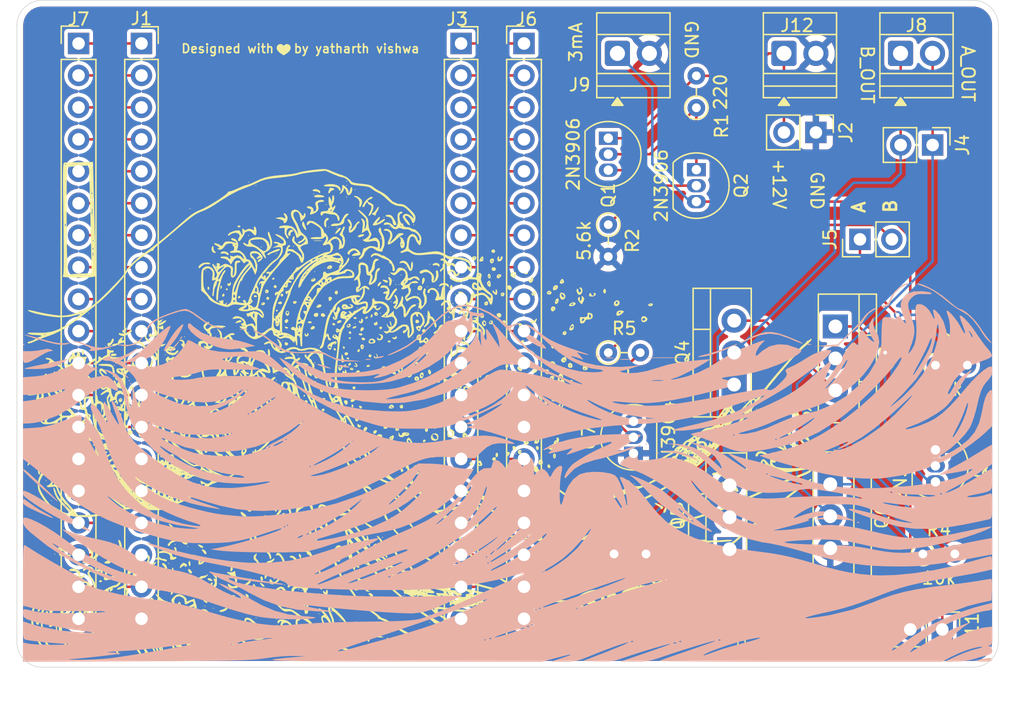
<source format=kicad_pcb>
(kicad_pcb (version 20241229) (generator "pcbnew") (generator_version "9.0")
  (layers (0 "F.Cu" signal) (2 "B.Cu" signal) (13 "F.Paste" user) (15 "B.Paste" user) (5 "F.SilkS" user "F.Silkscreen") (7 "B.SilkS" user "B.Silkscreen") (1 "F.Mask" user) (3 "B.Mask" user) (25 "Edge.Cuts" user))
  (net 0 "")
  (net 1 "Net-(J1-Pin_8)")
  (net 2 "Net-(J1-Pin_16)")
  (net 3 "Net-(J1-Pin_5)")
  (net 4 "Net-(J1-Pin_1)")
  (net 5 "Net-(J1-Pin_19)")
  (net 6 "Net-(J1-Pin_2)")
  (net 7 "Net-(J1-Pin_11)")
  (net 8 "Net-(J1-Pin_15)")
  (net 9 "Net-(J1-Pin_3)")
  (net 10 "Net-(J1-Pin_9)")
  (net 11 "Net-(J1-Pin_12)")
  (net 12 "Net-(J1-Pin_7)")
  (net 13 "Net-(J1-Pin_10)")
  (net 14 "Net-(J1-Pin_17)")
  (net 15 "Net-(J1-Pin_18)")
  (net 16 "Net-(J1-Pin_14)")
  (net 17 "Net-(J1-Pin_13)")
  (net 18 "Net-(J1-Pin_4)")
  (net 19 "Net-(J1-Pin_6)")
  (net 20 "GND")
  (net 21 "+12V")
  (net 22 "Net-(J3-Pin_1)")
  (net 23 "Net-(J3-Pin_4)")
  (net 24 "Net-(J3-Pin_17)")
  (net 25 "Net-(J3-Pin_14)")
  (net 26 "Net-(J3-Pin_7)")
  (net 27 "Net-(J3-Pin_10)")
  (net 28 "Net-(J3-Pin_15)")
  (net 29 "Net-(J3-Pin_16)")
  (net 30 "Net-(J3-Pin_3)")
  (net 31 "Net-(J3-Pin_19)")
  (net 32 "Net-(J3-Pin_9)")
  (net 33 "Net-(J3-Pin_12)")
  (net 34 "Net-(J3-Pin_8)")
  (net 35 "Net-(J3-Pin_2)")
  (net 36 "Net-(J3-Pin_6)")
  (net 37 "Net-(J3-Pin_18)")
  (net 38 "Net-(J3-Pin_11)")
  (net 39 "Net-(J3-Pin_5)")
  (net 40 "Net-(J3-Pin_13)")
  (net 41 "A_OUT")
  (net 42 "B_OUT")
  (net 43 "A")
  (net 44 "B")
  (net 45 "Net-(Q1-C)")
  (net 46 "Net-(Q1-B)")
  (net 47 "3mA limit")
  (net 48 "Net-(Q3-G)")
  (net 49 "Net-(Q4-G)")
  (net 50 "Net-(Q5-G)")
  (net 51 "Net-(Q6-G)")
  (net 52 "Net-(Q7-B)")
  (net 53 "Net-(Q8-B)")
  (net 54 "Net-(J11-Pin_1)")
  (footprint "TerminalBlock:TerminalBlock_Xinya_XY308-2.54-2P_1x02_P2.54mm_Horizontal" (layer "F.Cu") (at 143.225 63.2175)
    (property "Reference" "J8" (at 1.275 -2.2175 0) (layer "F.SilkS"))
    (property "Value" "Screw_Terminal_01x02")
    (pad "1" thru_hole roundrect (at 0 0) (size 2 2) (drill 1.2) (layers "*.Cu" "*.Mask") (roundrect_rratio 0.125) (net 41 "A_OUT"))
    (pad "2" thru_hole circle (at 2.54 0) (size 2 2) (drill 1.2) (layers "*.Cu" "*.Mask") (net 42 "B_OUT"))
  )
  (footprint "Connector_PinHeader_2.54mm:PinHeader_1x19_P2.54mm_Vertical" (layer "F.Cu") (at 113.3 62.43)
    (property "Reference" "J6" (at 0.2 -1.93 0) (layer "F.SilkS"))
    (property "Value" "Conn_01x19_Pin")
    (pad "1" thru_hole rect (at 0 0) (size 1.7 1.7) (drill 1) (layers "*.Cu" "*.Mask") (net 22 "Net-(J3-Pin_1)"))
    (pad "2" thru_hole circle (at 0 2.54) (size 1.7 1.7) (drill 1) (layers "*.Cu" "*.Mask") (net 35 "Net-(J3-Pin_2)"))
    (pad "3" thru_hole circle (at 0 5.08) (size 1.7 1.7) (drill 1) (layers "*.Cu" "*.Mask") (net 30 "Net-(J3-Pin_3)"))
    (pad "4" thru_hole circle (at 0 7.62) (size 1.7 1.7) (drill 1) (layers "*.Cu" "*.Mask") (net 23 "Net-(J3-Pin_4)"))
    (pad "5" thru_hole circle (at 0 10.16) (size 1.7 1.7) (drill 1) (layers "*.Cu" "*.Mask") (net 39 "Net-(J3-Pin_5)"))
    (pad "6" thru_hole circle (at 0 12.7) (size 1.7 1.7) (drill 1) (layers "*.Cu" "*.Mask") (net 36 "Net-(J3-Pin_6)"))
    (pad "7" thru_hole circle (at 0 15.24) (size 1.7 1.7) (drill 1) (layers "*.Cu" "*.Mask") (net 26 "Net-(J3-Pin_7)"))
    (pad "8" thru_hole circle (at 0 17.78) (size 1.7 1.7) (drill 1) (layers "*.Cu" "*.Mask") (net 34 "Net-(J3-Pin_8)"))
    (pad "9" thru_hole circle (at 0 20.32) (size 1.7 1.7) (drill 1) (layers "*.Cu" "*.Mask") (net 32 "Net-(J3-Pin_9)"))
    (pad "10" thru_hole circle (at 0 22.86) (size 1.7 1.7) (drill 1) (layers "*.Cu" "*.Mask") (net 27 "Net-(J3-Pin_10)"))
    (pad "11" thru_hole circle (at 0 25.4) (size 1.7 1.7) (drill 1) (layers "*.Cu" "*.Mask") (net 38 "Net-(J3-Pin_11)"))
    (pad "12" thru_hole circle (at 0 27.94) (size 1.7 1.7) (drill 1) (layers "*.Cu" "*.Mask") (net 33 "Net-(J3-Pin_12)"))
    (pad "13" thru_hole circle (at 0 30.48) (size 1.7 1.7) (drill 1) (layers "*.Cu" "*.Mask") (net 40 "Net-(J3-Pin_13)"))
    (pad "14" thru_hole circle (at 0 33.02) (size 1.7 1.7) (drill 1) (layers "*.Cu" "*.Mask") (net 25 "Net-(J3-Pin_14)"))
    (pad "15" thru_hole circle (at 0 35.56) (size 1.7 1.7) (drill 1) (layers "*.Cu" "*.Mask") (net 28 "Net-(J3-Pin_15)"))
    (pad "16" thru_hole circle (at 0 38.1) (size 1.7 1.7) (drill 1) (layers "*.Cu" "*.Mask") (net 29 "Net-(J3-Pin_16)"))
    (pad "17" thru_hole circle (at 0 40.64) (size 1.7 1.7) (drill 1) (layers "*.Cu" "*.Mask") (net 24 "Net-(J3-Pin_17)"))
    (pad "18" thru_hole circle (at 0 43.18) (size 1.7 1.7) (drill 1) (layers "*.Cu" "*.Mask") (net 37 "Net-(J3-Pin_18)"))
    (pad "19" thru_hole circle (at 0 45.72) (size 1.7 1.7) (drill 1) (layers "*.Cu" "*.Mask") (net 31 "Net-(J3-Pin_19)"))
  )
  (footprint "Connector_PinHeader_2.54mm:PinHeader_1x02_P2.54mm_Vertical" (layer "F.Cu") (at 146.54 109 -90)
    (property "Reference" "J11" (at 0 -2.38 90) (layer "F.SilkS"))
    (property "Value" "Conn_01x02_Pin")
    (fp_text user "H_BRIDGE_CONN" (at 1.5 16.54 0) (layer "F.SilkS") (effects (font (thickness 0.1)) (justify left bottom)))
    (pad "1" thru_hole rect (at 0 0 270) (size 1.7 1.7) (drill 1) (layers "*.Cu" "*.Mask") (net 54 "Net-(J11-Pin_1)"))
    (pad "2" thru_hole circle (at 0 2.54 270) (size 1.7 1.7) (drill 1) (layers "*.Cu" "*.Mask") (net 47 "3mA limit"))
  )
  (footprint "Connector_PinHeader_2.54mm:PinHeader_1x02_P2.54mm_Vertical" (layer "F.Cu") (at 140 78 90)
    (property "Reference" "J5" (at 0 -2.38 90) (layer "F.SilkS"))
    (property "Value" "Conn_01x02_Pin")
    (fp_text user "A" (at 2 0.5 90) (layer "F.SilkS") (effects (font (thickness 0.2) (bold yes)) (justify left bottom)))
    (fp_text user "B" (at 2 3 90) (layer "F.SilkS") (effects (font (thickness 0.2) (bold yes)) (justify left bottom)))
    (pad "1" thru_hole rect (at 0 0 90) (size 1.7 1.7) (drill 1) (layers "*.Cu" "*.Mask") (net 44 "B"))
    (pad "2" thru_hole circle (at 0 2.54 90) (size 1.7 1.7) (drill 1) (layers "*.Cu" "*.Mask") (net 43 "A"))
  )
  (footprint "Resistor_THT:R_Axial_DIN0204_L3.6mm_D1.6mm_P2.54mm_Vertical" (layer "F.Cu") (at 146 88)
    (property "Reference" "R6" (at 1.27 -1.92 0) (layer "F.SilkS"))
    (property "Value" "1k" (at 1.27 1.92 0) (layer "F.SilkS"))
    (pad "1" thru_hole circle (at 0 0) (size 1.4 1.4) (drill 0.7) (layers "*.Cu" "*.Mask") (net 53 "Net-(Q8-B)"))
    (pad "2" thru_hole circle (at 2.54 0) (size 1.4 1.4) (drill 0.7) (layers "*.Cu" "*.Mask") (net 44 "B"))
  )
  (footprint "Package_TO_SOT_THT:TO-220-3_Vertical" (layer "F.Cu") (at 130 89.54 90)
    (property "Reference" "Q4" (at 2.54 -4.1 90) (layer "F.SilkS"))
    (property "Value" "IRF9540N")
    (pad "1" thru_hole rect (at 0 0 90) (size 1.905 2) (drill 1.1) (layers "*.Cu" "*.Mask") (net 49 "Net-(Q4-G)"))
    (pad "2" thru_hole oval (at 2.54 0 90) (size 1.905 2) (drill 1.1) (layers "*.Cu" "*.Mask") (net 41 "A_OUT"))
    (pad "3" thru_hole oval (at 5.079999 0 90) (size 1.905 2) (drill 1.1) (layers "*.Cu" "*.Mask") (net 54 "Net-(J11-Pin_1)"))
  )
  (footprint "Resistor_THT:R_Axial_DIN0204_L3.6mm_D1.6mm_P2.54mm_Vertical" (layer "F.Cu") (at 120 76.83 -90)
    (property "Reference" "R2" (at 1.270001 -1.92 90) (layer "F.SilkS"))
    (property "Value" "5.6k" (at 1.270001 1.92 90) (layer "F.SilkS"))
    (pad "1" thru_hole circle (at 0 0 270) (size 1.4 1.4) (drill 0.7) (layers "*.Cu" "*.Mask") (net 45 "Net-(Q1-C)"))
    (pad "2" thru_hole circle (at 2.54 0 270) (size 1.4 1.4) (drill 0.7) (layers "*.Cu" "*.Mask") (net 20 "GND"))
  )
  (footprint "Resistor_THT:R_Axial_DIN0204_L3.6mm_D1.6mm_P2.54mm_Vertical" (layer "F.Cu") (at 120.46 103)
    (property "Reference" "R3" (at 1.27 -1.92 0) (layer "F.SilkS"))
    (property "Value" "10k" (at -2.46 1 0) (layer "F.SilkS"))
    (pad "1" thru_hole circle (at 0 0) (size 1.4 1.4) (drill 0.7) (layers "*.Cu" "*.Mask") (net 54 "Net-(J11-Pin_1)"))
    (pad "2" thru_hole circle (at 2.54 0) (size 1.4 1.4) (drill 0.7) (layers "*.Cu" "*.Mask") (net 50 "Net-(Q5-G)"))
  )
  (footprint "Connector_PinHeader_2.54mm:PinHeader_1x19_P2.54mm_Vertical" (layer "F.Cu") (at 77.9 62.43)
    (property "Reference" "J7" (at 0 -1.93 0) (layer "F.SilkS"))
    (property "Value" "Conn_01x19_Pin")
    (pad "1" thru_hole rect (at 0 0) (size 1.7 1.7) (drill 1) (layers "*.Cu" "*.Mask") (net 4 "Net-(J1-Pin_1)"))
    (pad "2" thru_hole circle (at 0 2.54) (size 1.7 1.7) (drill 1) (layers "*.Cu" "*.Mask") (net 6 "Net-(J1-Pin_2)"))
    (pad "3" thru_hole circle (at 0 5.08) (size 1.7 1.7) (drill 1) (layers "*.Cu" "*.Mask") (net 9 "Net-(J1-Pin_3)"))
    (pad "4" thru_hole circle (at 0 7.62) (size 1.7 1.7) (drill 1) (layers "*.Cu" "*.Mask") (net 18 "Net-(J1-Pin_4)"))
    (pad "5" thru_hole circle (at 0 10.16) (size 1.7 1.7) (drill 1) (layers "*.Cu" "*.Mask") (net 3 "Net-(J1-Pin_5)"))
    (pad "6" thru_hole circle (at 0 12.7) (size 1.7 1.7) (drill 1) (layers "*.Cu" "*.Mask") (net 19 "Net-(J1-Pin_6)"))
    (pad "7" thru_hole circle (at 0 15.24) (size 1.7 1.7) (drill 1) (layers "*.Cu" "*.Mask") (net 12 "Net-(J1-Pin_7)"))
    (pad "8" thru_hole circle (at 0 17.78) (size 1.7 1.7) (drill 1) (layers "*.Cu" "*.Mask") (net 1 "Net-(J1-Pin_8)"))
    (pad "9" thru_hole circle (at 0 20.32) (size 1.7 1.7) (drill 1) (layers "*.Cu" "*.Mask") (net 10 "Net-(J1-Pin_9)"))
    (pad "10" thru_hole circle (at 0 22.86) (size 1.7 1.7) (drill 1) (layers "*.Cu" "*.Mask") (net 13 "Net-(J1-Pin_10)"))
    (pad "11" thru_hole circle (at 0 25.4) (size 1.7 1.7) (drill 1) (layers "*.Cu" "*.Mask") (net 7 "Net-(J1-Pin_11)"))
    (pad "12" thru_hole circle (at 0 27.94) (size 1.7 1.7) (drill 1) (layers "*.Cu" "*.Mask") (net 11 "Net-(J1-Pin_12)"))
    (pad "13" thru_hole circle (at 0 30.48) (size 1.7 1.7) (drill 1) (layers "*.Cu" "*.Mask") (net 17 "Net-(J1-Pin_13)"))
    (pad "14" thru_hole circle (at 0 33.02) (size 1.7 1.7) (drill 1) (layers "*.Cu" "*.Mask") (net 16 "Net-(J1-Pin_14)"))
    (pad "15" thru_hole circle (at 0 35.56) (size 1.7 1.7) (drill 1) (layers "*.Cu" "*.Mask") (net 8 "Net-(J1-Pin_15)"))
    (pad "16" thru_hole circle (at 0 38.1) (size 1.7 1.7) (drill 1) (layers "*.Cu" "*.Mask") (net 2 "Net-(J1-Pin_16)"))
    (pad "17" thru_hole circle (at 0 40.64) (size 1.7 1.7) (drill 1) (layers "*.Cu" "*.Mask") (net 14 "Net-(J1-Pin_17)"))
    (pad "18" thru_hole circle (at 0 43.18) (size 1.7 1.7) (drill 1) (layers "*.Cu" "*.Mask") (net 15 "Net-(J1-Pin_18)"))
    (pad "19" thru_hole circle (at 0 45.72) (size 1.7 1.7) (drill 1) (layers "*.Cu" "*.Mask") (net 5 "Net-(J1-Pin_19)"))
  )
  (footprint "Package_TO_SOT_THT:TO-92_Inline" (layer "F.Cu") (at 122 95 90)
    (property "Reference" "Q7" (at 1.27 -3.560001 90) (layer "F.SilkS"))
    (property "Value" "2N3904" (at 1.270001 2.79 90) (layer "F.SilkS"))
    (pad "1" thru_hole rect (at 0 0 90) (size 1.05 1.5) (drill 0.75) (layers "*.Cu" "*.Mask") (net 20 "GND"))
    (pad "2" thru_hole oval (at 1.270001 0 90) (size 1.05 1.5) (drill 0.75) (layers "*.Cu" "*.Mask") (net 52 "Net-(Q7-B)"))
    (pad "3" thru_hole oval (at 2.54 0 90) (size 1.05 1.5) (drill 0.75) (layers "*.Cu" "*.Mask") (net 49 "Net-(Q4-G)"))
  )
  (footprint "Connector_PinSocket_2.54mm:PinSocket_1x19_P2.54mm_Vertical" (layer "F.Cu") (at 82.9 62.43)
    (property "Reference" "J1" (at 0 -1.98 0) (layer "F.SilkS"))
    (property "Value" "Conn_01x19_Socket")
    (pad "1" thru_hole rect (at 0 0) (size 1.7 1.7) (drill 1) (layers "*.Cu" "*.Mask") (net 4 "Net-(J1-Pin_1)"))
    (pad "2" thru_hole circle (at 0 2.54) (size 1.7 1.7) (drill 1) (layers "*.Cu" "*.Mask") (net 6 "Net-(J1-Pin_2)"))
    (pad "3" thru_hole circle (at 0 5.08) (size 1.7 1.7) (drill 1) (layers "*.Cu" "*.Mask") (net 9 "Net-(J1-Pin_3)"))
    (pad "4" thru_hole circle (at 0 7.62) (size 1.7 1.7) (drill 1) (layers "*.Cu" "*.Mask") (net 18 "Net-(J1-Pin_4)"))
    (pad "5" thru_hole circle (at 0 10.16) (size 1.7 1.7) (drill 1) (layers "*.Cu" "*.Mask") (net 3 "Net-(J1-Pin_5)"))
    (pad "6" thru_hole circle (at 0 12.7) (size 1.7 1.7) (drill 1) (layers "*.Cu" "*.Mask") (net 19 "Net-(J1-Pin_6)"))
    (pad "7" thru_hole circle (at 0 15.24) (size 1.7 1.7) (drill 1) (layers "*.Cu" "*.Mask") (net 12 "Net-(J1-Pin_7)"))
    (pad "8" thru_hole circle (at 0 17.78) (size 1.7 1.7) (drill 1) (layers "*.Cu" "*.Mask") (net 1 "Net-(J1-Pin_8)"))
    (pad "9" thru_hole circle (at 0 20.32) (size 1.7 1.7) (drill 1) (layers "*.Cu" "*.Mask") (net 10 "Net-(J1-Pin_9)"))
    (pad "10" thru_hole circle (at 0 22.86) (size 1.7 1.7) (drill 1) (layers "*.Cu" "*.Mask") (net 13 "Net-(J1-Pin_10)"))
    (pad "11" thru_hole circle (at 0 25.4) (size 1.7 1.7) (drill 1) (layers "*.Cu" "*.Mask") (net 7 "Net-(J1-Pin_11)"))
    (pad "12" thru_hole circle (at 0 27.94) (size 1.7 1.7) (drill 1) (layers "*.Cu" "*.Mask") (net 11 "Net-(J1-Pin_12)"))
    (pad "13" thru_hole circle (at 0 30.48) (size 1.7 1.7) (drill 1) (layers "*.Cu" "*.Mask") (net 17 "Net-(J1-Pin_13)"))
    (pad "14" thru_hole circle (at 0 33.02) (size 1.7 1.7) (drill 1) (layers "*.Cu" "*.Mask") (net 16 "Net-(J1-Pin_14)"))
    (pad "15" thru_hole circle (at 0 35.56) (size 1.7 1.7) (drill 1) (layers "*.Cu" "*.Mask") (net 8 "Net-(J1-Pin_15)"))
    (pad "16" thru_hole circle (at 0 38.1) (size 1.7 1.7) (drill 1) (layers "*.Cu" "*.Mask") (net 2 "Net-(J1-Pin_16)"))
    (pad "17" thru_hole circle (at 0 40.64) (size 1.7 1.7) (drill 1) (layers "*.Cu" "*.Mask") (net 14 "Net-(J1-Pin_17)"))
    (pad "18" thru_hole circle (at 0 43.18) (size 1.7 1.7) (drill 1) (layers "*.Cu" "*.Mask") (net 15 "Net-(J1-Pin_18)"))
    (pad "19" thru_hole circle (at 0 45.72) (size 1.7 1.7) (drill 1) (layers "*.Cu" "*.Mask") (net 5 "Net-(J1-Pin_19)"))
  )
  (footprint "LOGO" (layer "F.Cu") (at 94.2 62.9)
    (property "Reference" "G***" (hide yes))
    (property "Value" "LOGO" (hide yes))
  )
  (footprint "Connector_PinHeader_2.54mm:PinHeader_1x02_P2.54mm_Vertical" (layer "F.Cu") (at 136.5 69.5 -90)
    (property "Reference" "J2" (at 0 -2.38 90) (layer "F.SilkS"))
    (property "Value" "Conn_01x02_Pin")
    (fp_text user "+12V" (at 2 3.5 270) (layer "F.SilkS") (effects (justify left bottom)))
    (fp_text user "GND" (at 3 0.5 270) (layer "F.SilkS") (effects (justify left bottom)))
    (pad "1" thru_hole rect (at 0 0 270) (size 1.7 1.7) (drill 1) (layers "*.Cu" "*.Mask") (net 20 "GND"))
    (pad "2" thru_hole circle (at 0 2.54 270) (size 1.7 1.7) (drill 1) (layers "*.Cu" "*.Mask") (net 21 "+12V"))
  )
  (footprint "Connector_PinHeader_2.54mm:PinHeader_1x02_P2.54mm_Vertical" (layer "F.Cu") (at 145.775 70.5 -90)
    (property "Reference" "J4" (at 0 -2.38 90) (layer "F.SilkS"))
    (property "Value" "Conn_01x02_Pin")
    (fp_text user "A_OUT" (at -8 -2.225 270) (layer "F.SilkS") (effects (justify left bottom)))
    (fp_text user "B_OUT" (at -8 5.775 270) (layer "F.SilkS") (effects (justify left bottom)))
    (pad "1" thru_hole rect (at 0 0 270) (size 1.7 1.7) (drill 1) (layers "*.Cu" "*.Mask") (net 42 "B_OUT"))
    (pad "2" thru_hole circle (at 0 2.54 270) (size 1.7 1.7) (drill 1) (layers "*.Cu" "*.Mask") (net 41 "A_OUT"))
  )
  (footprint "Package_TO_SOT_THT:TO-92_Inline" (layer "F.Cu") (at 120 69.96 -90)
    (property "Reference" "Q1" (at 4.54 0 90) (layer "F.SilkS"))
    (property "Value" "2N3906" (at 1.270001 2.79 90) (layer "F.SilkS"))
    (pad "1" thru_hole rect (at 0 0 270) (size 1.05 1.5) (drill 0.75) (layers "*.Cu" "*.Mask") (net 21 "+12V"))
    (pad "2" thru_hole oval (at 1.270001 0 270) (size 1.05 1.5) (drill 0.75) (layers "*.Cu" "*.Mask") (net 46 "Net-(Q1-B)"))
    (pad "3" thru_hole oval (at 2.54 0 270) (size 1.05 1.5) (drill 0.75) (layers "*.Cu" "*.Mask") (net 45 "Net-(Q1-C)"))
  )
  (footprint "TerminalBlock:TerminalBlock_Xinya_XY308-2.54-2P_1x02_P2.54mm_Horizontal" (layer "F.Cu") (at 133.96 63.2175)
    (property "Reference" "J12" (at 1.04 -2.2175 0) (layer "F.SilkS"))
    (property "Value" "Screw_Terminal_01x02")
    (pad "1" thru_hole roundrect (at 0 0) (size 2 2) (drill 1.2) (layers "*.Cu" "*.Mask") (roundrect_rratio 0.125) (net 21 "+12V"))
    (pad "2" thru_hole circle (at 2.54 0) (size 2 2) (drill 1.2) (layers "*.Cu" "*.Mask") (net 20 "GND"))
  )
  (footprint "LOGO" (layer "F.Cu") (at 105 89.5)
    (property "Reference" "G***" (hide yes))
    (property "Value" "LOGO" (hide yes))
  )
  (footprint "Package_TO_SOT_THT:TO-220-3_Vertical" (layer "F.Cu") (at 138.05 84.920001 -90)
    (property "Reference" "Q3" (at 2.54 -4.1 90) (layer "F.SilkS"))
    (property "Value" "IRF9540N")
    (pad "1" thru_hole rect (at 0 0 270) (size 1.905 2) (drill 1.1) (layers "*.Cu" "*.Mask") (net 48 "Net-(Q3-G)"))
    (pad "2" thru_hole oval (at 2.54 0 270) (size 1.905 2) (drill 1.1) (layers "*.Cu" "*.Mask") (net 42 "B_OUT"))
    (pad "3" thru_hole oval (at 5.079999 0 270) (size 1.905 2) (drill 1.1) (layers "*.Cu" "*.Mask") (net 54 "Net-(J11-Pin_1)"))
  )
  (footprint "Package_TO_SOT_THT:TO-220-3_Vertical" (layer "F.Cu") (at 137.64 97.46 -90)
    (property "Reference" "Q6" (at 2.54 -4.1 90) (layer "F.SilkS"))
    (property "Value" "IRLZ44N")
    (pad "1" thru_hole rect (at 0 0 270) (size 1.905 2) (drill 1.1) (layers "*.Cu" "*.Mask") (net 51 "Net-(Q6-G)"))
    (pad "2" thru_hole oval (at 2.54 0 270) (size 1.905 2) (drill 1.1) (layers "*.Cu" "*.Mask") (net 42 "B_OUT"))
    (pad "3" thru_hole oval (at 5.079999 0 270) (size 1.905 2) (drill 1.1) (layers "*.Cu" "*.Mask") (net 20 "GND"))
  )
  (footprint "Connector_PinSocket_2.54mm:PinSocket_1x19_P2.54mm_Vertical" (layer "F.Cu") (at 108.3 62.43)
    (property "Reference" "J3" (at -0.3 -1.93 0) (layer "F.SilkS"))
    (property "Value" "Conn_01x19_Socket")
    (pad "1" thru_hole rect (at 0 0) (size 1.7 1.7) (drill 1) (layers "*.Cu" "*.Mask") (net 22 "Net-(J3-Pin_1)"))
    (pad "2" thru_hole circle (at 0 2.54) (size 1.7 1.7) (drill 1) (layers "*.Cu" "*.Mask") (net 35 "Net-(J3-Pin_2)"))
    (pad "3" thru_hole circle (at 0 5.08) (size 1.7 1.7) (drill 1) (layers "*.Cu" "*.Mask") (net 30 "Net-(J3-Pin_3)"))
    (pad "4" thru_hole circle (at 0 7.62) (size 1.7 1.7) (drill 1) (layers "*.Cu" "*.Mask") (net 23 "Net-(J3-Pin_4)"))
    (pad "5" thru_hole circle (at 0 10.16) (size 1.7 1.7) (drill 1) (layers "*.Cu" "*.Mask") (net 39 "Net-(J3-Pin_5)"))
    (pad "6" thru_hole circle (at 0 12.7) (size 1.7 1.7) (drill 1) (layers "*.Cu" "*.Mask") (net 36 "Net-(J3-Pin_6)"))
    (pad "7" thru_hole circle (at 0 15.24) (size 1.7 1.7) (drill 1) (layers "*.Cu" "*.Mask") (net 26 "Net-(J3-Pin_7)"))
    (pad "8" thru_hole circle (at 0 17.78) (size 1.7 1.7) (drill 1) (layers "*.Cu" "*.Mask") (net 34 "Net-(J3-Pin_8)"))
    (pad "9" thru_hole circle (at 0 20.32) (size 1.7 1.7) (drill 1) (layers "*.Cu" "*.Mask") (net 32 "Net-(J3-Pin_9)"))
    (pad "10" thru_hole circle (at 0 22.86) (size 1.7 1.7) (drill 1) (layers "*.Cu" "*.Mask") (net 27 "Net-(J3-Pin_10)"))
    (pad "11" thru_hole circle (at 0 25.4) (size 1.7 1.7) (drill 1) (layers "*.Cu" "*.Mask") (net 38 "Net-(J3-Pin_11)"))
    (pad "12" thru_hole circle (at 0 27.94) (size 1.7 1.7) (drill 1) (layers "*.Cu" "*.Mask") (net 33 "Net-(J3-Pin_12)"))
    (pad "13" thru_hole circle (at 0 30.48) (size 1.7 1.7) (drill 1) (layers "*.Cu" "*.Mask") (net 40 "Net-(J3-Pin_13)"))
    (pad "14" thru_hole circle (at 0 33.02) (size 1.7 1.7) (drill 1) (layers "*.Cu" "*.Mask") (net 25 "Net-(J3-Pin_14)"))
    (pad "15" thru_hole circle (at 0 35.56) (size 1.7 1.7) (drill 1) (layers "*.Cu" "*.Mask") (net 28 "Net-(J3-Pin_15)"))
    (pad "16" thru_hole circle (at 0 38.1) (size 1.7 1.7) (drill 1) (layers "*.Cu" "*.Mask") (net 29 "Net-(J3-Pin_16)"))
    (pad "17" thru_hole circle (at 0 40.64) (size 1.7 1.7) (drill 1) (layers "*.Cu" "*.Mask") (net 24 "Net-(J3-Pin_17)"))
    (pad "18" thru_hole circle (at 0 43.18) (size 1.7 1.7) (drill 1) (layers "*.Cu" "*.Mask") (net 37 "Net-(J3-Pin_18)"))
    (pad "19" thru_hole circle (at 0 45.72) (size 1.7 1.7) (drill 1) (layers "*.Cu" "*.Mask") (net 31 "Net-(J3-Pin_19)"))
  )
  (footprint "Package_TO_SOT_THT:TO-92_Inline" (layer "F.Cu") (at 127 72.46 -90)
    (property "Reference" "Q2" (at 1.27 -3.560001 90) (layer "F.SilkS"))
    (property "Value" "2N3906" (at 1.270001 2.79 90) (layer "F.SilkS"))
    (pad "1" thru_hole rect (at 0 0 270) (size 1.05 1.5) (drill 0.75) (layers "*.Cu" "*.Mask") (net 46 "Net-(Q1-B)"))
    (pad "2" thru_hole oval (at 1.270001 0 270) (size 1.05 1.5) (drill 0.75) (layers "*.Cu" "*.Mask") (net 45 "Net-(Q1-C)"))
    (pad "3" thru_hole oval (at 2.54 0 270) (size 1.05 1.5) (drill 0.75) (layers "*.Cu" "*.Mask") (net 47 "3mA limit"))
  )
  (footprint "Resistor_THT:R_Axial_DIN0204_L3.6mm_D1.6mm_P2.54mm_Vertical" (layer "F.Cu") (at 127 67.54 90)
    (property "Reference" "R1" (at -1.46 2 90) (layer "F.SilkS"))
    (property "Value" "220" (at 1.270001 1.92 90) (layer "F.SilkS"))
    (pad "1" thru_hole circle (at 0 0 90) (size 1.4 1.4) (drill 0.7) (layers "*.Cu" "*.Mask") (net 46 "Net-(Q1-B)"))
    (pad "2" thru_hole circle (at 2.54 0 90) (size 1.4 1.4) (drill 0.7) (layers "*.Cu" "*.Mask") (net 21 "+12V"))
  )
  (footprint "Resistor_THT:R_Axial_DIN0204_L3.6mm_D1.6mm_P2.54mm_Vertical" (layer "F.Cu") (at 120 87)
    (property "Reference" "R5" (at 1.27 -1.92 0) (layer "F.SilkS"))
    (property "Value" "1k" (at 1.27 1.92 0) (layer "F.SilkS"))
    (pad "1" thru_hole circle (at 0 0) (size 1.4 1.4) (drill 0.7) (layers "*.Cu" "*.Mask") (net 43 "A"))
    (pad "2" thru_hole circle (at 2.54 0) (size 1.4 1.4) (drill 0.7) (layers "*.Cu" "*.Mask") (net 52 "Net-(Q7-B)"))
  )
  (footprint "TerminalBlock:TerminalBlock_Xinya_XY308-2.54-2P_1x02_P2.54mm_Horizontal" (layer "F.Cu") (at 120.725 63.2175)
    (property "Reference" "J9" (at -3 2.5 0) (layer "F.SilkS"))
    (property "Value" "Screw_Terminal_01x02")
    (pad "1" thru_hole roundrect (at 0 0) (size 2 2) (drill 1.2) (layers "*.Cu" "*.Mask") (roundrect_rratio 0.125) (net 47 "3mA limit"))
    (pad "2" thru_hole circle (at 2.54 0) (size 2 2) (drill 1.2) (layers "*.Cu" "*.Mask") (net 20 "GND"))
  )
  (footprint "Package_TO_SOT_THT:TO-92_Inline" (layer "F.Cu") (at 146 94.729999 -90)
    (property "Reference" "Q8" (at 1.27 -3.560001 90) (layer "F.SilkS"))
    (property "Value" "2N3904" (at 1.270001 2.79 90) (layer "F.SilkS"))
    (pad "1" thru_hole rect (at 0 0 270) (size 1.05 1.5) (drill 0.75) (layers "*.Cu" "*.Mask") (net 20 "GND"))
    (pad "2" thru_hole oval (at 1.270001 0 270) (size 1.05 1.5) (drill 0.75) (layers "*.Cu" "*.Mask") (net 53 "Net-(Q8-B)"))
    (pad "3" thru_hole oval (at 2.54 0 270) (size 1.05 1.5) (drill 0.75) (layers "*.Cu" "*.Mask") (net 48 "Net-(Q3-G)"))
  )
  (footprint "Resistor_THT:R_Axial_DIN0204_L3.6mm_D1.6mm_P2.54mm_Vertical" (layer "F.Cu") (at 145 103)
    (property "Reference" "R4" (at 1.27 -1.92 0) (layer "F.SilkS"))
    (property "Value" "10k" (at 1.27 1.92 0) (layer "F.SilkS"))
    (pad "1" thru_hole circle (at 0 0) (size 1.4 1.4) (drill 0.7) (layers "*.Cu" "*.Mask") (net 51 "Net-(Q6-G)"))
    (pad "2" thru_hole circle (at 2.54 0) (size 1.4 1.4) (drill 0.7) (layers "*.Cu" "*.Mask") (net 54 "Net-(J11-Pin_1)"))
  )
  (footprint "Package_TO_SOT_THT:TO-220-3_Vertical" (layer "F.Cu") (at 129.64 102.619998 90)
    (property "Reference" "Q5" (at 2.54 -4.1 90) (layer "F.SilkS"))
    (property "Value" "IRLZ44N")
    (pad "1" thru_hole rect (at 0 0 90) (size 1.905 2) (drill 1.1) (layers "*.Cu" "*.Mask") (net 50 "Net-(Q5-G)"))
    (pad "2" thru_hole oval (at 2.54 0 90) (size 1.905 2) (drill 1.1) (layers "*.Cu" "*.Mask") (net 41 "A_OUT"))
    (pad "3" thru_hole oval (at 5.079999 0 90) (size 1.905 2) (drill 1.1) (layers "*.Cu" "*.Mask") (net 20 "GND"))
  )
  (footprint "LOGO" (layer "B.Cu") (at 112 90 180)
    (property "Reference" "G***" (hide yes))
    (property "Value" "LOGO" (hide yes))
  )
  (gr_arc (start 149 59) (mid 150.414214 59.585786) (end 151 61) (stroke (width 0.05)) (layer "Edge.Cuts"))
  (gr_arc (start 151 110) (mid 150.414214 111.414214) (end 149 112) (stroke (width 0.05)) (layer "Edge.Cuts"))
  (gr_line (start 151 61) (end 151 110) (stroke (width 0.05)) (layer "Edge.Cuts"))
  (gr_line (start 75 59) (end 149 59) (stroke (width 0.05)) (layer "Edge.Cuts"))
  (gr_line (start 149 112) (end 75 112) (stroke (width 0.05)) (layer "Edge.Cuts"))
  (gr_arc (start 73 61) (mid 73.585786 59.585786) (end 75 59) (stroke (width 0.05)) (layer "Edge.Cuts"))
  (gr_arc (start 75 112) (mid 73.585786 111.414214) (end 73 110) (stroke (width 0.05)) (layer "Edge.Cuts"))
  (gr_line (start 73 110) (end 73 61) (stroke (width 0.05)) (layer "Edge.Cuts"))
  (gr_text "GND" (at 126 60.5 270) (layer "F.SilkS") (effects (font (size 1 1)) (justify left bottom)))
  (gr_text "3mA" (at 118 64 90) (layer "F.SilkS") (effects (font (size 1 1)) (justify left bottom)))
  (gr_text "Designed with   by yatharth vishwa" (at 86 63.25 0) (layer "F.SilkS") (effects (font (size 0.7 0.7) (thickness 0.125) (bold yes)) (justify left bottom)))
  (segment (start 77.9 80.21) (end 82.9 80.21) (width 0.2) (layer "F.Cu") (net 1))
  (segment (start 77.9 100.53) (end 82.9 100.53) (width 0.2) (layer "F.Cu") (net 2))
  (segment (start 77.9 72.59) (end 82.9 72.59) (width 0.2) (layer "F.Cu") (net 3))
  (segment (start 77.9 62.43) (end 82.9 62.43) (width 0.2) (layer "F.Cu") (net 4))
  (segment (start 77.9 108.15) (end 82.9 108.15) (width 0.2) (layer "F.Cu") (net 5))
  (segment (start 77.9 64.97) (end 82.9 64.97) (width 0.2) (layer "F.Cu") (net 6))
  (segment (start 77.9 87.83) (end 82.9 87.83) (width 0.2) (layer "F.Cu") (net 7))
  (segment (start 77.9 97.99) (end 82.9 97.99) (width 0.2) (layer "F.Cu") (net 8))
  (segment (start 77.9 67.51) (end 82.9 67.51) (width 0.2) (layer "F.Cu") (net 9))
  (segment (start 77.9 82.75) (end 82.9 82.75) (width 0.2) (layer "F.Cu") (net 10))
  (segment (start 77.9 90.37) (end 82.9 90.37) (width 0.2) (layer "F.Cu") (net 11))
  (segment (start 77.9 77.67) (end 82.9 77.67) (width 0.2) (layer "F.Cu") (net 12))
  (segment (start 77.9 85.29) (end 82.9 85.29) (width 0.2) (layer "F.Cu") (net 13))
  (segment (start 77.9 103.07) (end 82.9 103.07) (width 0.2) (layer "F.Cu") (net 14))
  (segment (start 77.9 105.61) (end 82.9 105.61) (width 0.2) (layer "F.Cu") (net 15))
  (segment (start 77.9 95.45) (end 82.9 95.45) (width 0.2) (layer "F.Cu") (net 16))
  (segment (start 77.9 92.91) (end 82.9 92.91) (width 0.2) (layer "F.Cu") (net 17))
  (segment (start 77.9 70.05) (end 82.9 70.05) (width 0.2) (layer "F.Cu") (net 18))
  (segment (start 77.9 75.13) (end 82.9 75.13) (width 0.2) (layer "F.Cu") (net 19))
  (segment (start 127 65) (end 130.96 65) (width 0.2) (layer "F.Cu") (net 21))
  (segment (start 132.7425 63.2175) (end 133.96 63.2175) (width 0.2) (layer "F.Cu") (net 21))
  (segment (start 120 69.96) (end 122.04 69.96) (width 0.2) (layer "F.Cu") (net 21))
  (segment (start 122.04 69.96) (end 127 65) (width 0.2) (layer "F.Cu") (net 21))
  (segment (start 130.96 65) (end 132.7425 63.2175) (width 0.2) (layer "F.Cu") (net 21))
  (segment (start 133.96 69.5) (end 133.96 63.2175) (width 0.2) (layer "F.Cu") (net 21))
  (segment (start 108.3 62.43) (end 113.3 62.43) (width 0.2) (layer "F.Cu") (net 22))
  (segment (start 108.3 70.05) (end 113.3 70.05) (width 0.2) (layer "F.Cu") (net 23))
  (segment (start 108.3 103.07) (end 113.3 103.07) (width 0.2) (layer "F.Cu") (net 24))
  (segment (start 108.3 95.45) (end 113.3 95.45) (width 0.2) (layer "F.Cu") (net 25))
  (segment (start 108.3 77.67) (end 113.3 77.67) (width 0.2) (layer "F.Cu") (net 26))
  (segment (start 108.3 85.29) (end 113.3 85.29) (width 0.2) (layer "F.Cu") (net 27))
  (segment (start 108.3 97.99) (end 113.3 97.99) (width 0.2) (layer "F.Cu") (net 28))
  (segment (start 108.3 100.53) (end 113.3 100.53) (width 0.2) (layer "F.Cu") (net 29))
  (segment (start 108.3 67.51) (end 113.3 67.51) (width 0.2) (layer "F.Cu") (net 30))
  (segment (start 108.3 108.15) (end 113.3 108.15) (width 0.2) (layer "F.Cu") (net 31))
  (segment (start 108.3 82.75) (end 113.3 82.75) (width 0.2) (layer "F.Cu") (net 32))
  (segment (start 108.3 90.37) (end 113.3 90.37) (width 0.2) (layer "F.Cu") (net 33))
  (segment (start 108.3 80.21) (end 113.3 80.21) (width 0.2) (layer "F.Cu") (net 34))
  (segment (start 108.3 64.97) (end 113.3 64.97) (width 0.2) (layer "F.Cu") (net 35))
  (segment (start 108.3 75.13) (end 113.3 75.13) (width 0.2) (layer "F.Cu") (net 36))
  (segment (start 108.3 105.61) (end 113.3 105.61) (width 0.2) (layer "F.Cu") (net 37))
  (segment (start 108.3 87.83) (end 113.3 87.83) (width 0.2) (layer "F.Cu") (net 38))
  (segment (start 108.3 72.59) (end 113.3 72.59) (width 0.2) (layer "F.Cu") (net 39))
  (segment (start 108.3 92.91) (end 113.3 92.91) (width 0.2) (layer "F.Cu") (net 40))
  (segment (start 134.5 95.219998) (end 134.5 91.5) (width 0.2) (layer "F.Cu") (net 41))
  (segment (start 129.64 100.079998) (end 134.5 95.219998) (width 0.2) (layer "F.Cu") (net 41))
  (segment (start 143.235 63.2275) (end 143.225 63.2175) (width 0.2) (layer "F.Cu") (net 41))
  (segment (start 143.235 70.5) (end 143.235 63.2275) (width 0.2) (layer "F.Cu") (net 41))
  (segment (start 134.5 91.5) (end 130 87) (width 0.2) (layer "F.Cu") (net 41))
  (segment (start 139.5 73.5) (end 142.5 73.5) (width 0.2) (layer "B.Cu") (net 41))
  (segment (start 143.235 72.765) (end 143.235 70.5) (width 0.2) (layer "B.Cu") (net 41))
  (segment (start 138 75) (end 139.5 73.5) (width 0.2) (layer "B.Cu") (net 41))
  (segment (start 142.5 73.5) (end 143.235 72.765) (width 0.2) (layer "B.Cu") (net 41))
  (segment (start 138 79) (end 138 75) (width 0.2) (layer "B.Cu") (net 41))
  (segment (start 130 87) (end 138 79) (width 0.2) (layer "B.Cu") (net 41))
  (segment (start 145.775 70.5) (end 145.775 63.2275) (width 0.2) (layer "F.Cu") (net 42))
  (segment (start 145.775 63.2275) (end 145.765 63.2175) (width 0.2) (layer "F.Cu") (net 42))
  (segment (start 145.775 79.735001) (end 145.775 70.5) (width 0.2) (layer "B.Cu") (net 42))
  (segment (start 137.64 100) (end 135 97.36) (width 0.2) (layer "B.Cu") (net 42))
  (segment (start 138.05 87.460001) (end 145.775 79.735001) (width 0.2) (layer "B.Cu") (net 42))
  (segment (start 135 89.5) (end 137.039999 87.460001) (width 0.2) (layer "B.Cu") (net 42))
  (segment (start 135 97.36) (end 135 89.5) (width 0.2) (layer "B.Cu") (net 42))
  (segment (start 137.039999 87.460001) (end 138.05 87.460001) (width 0.2) (layer "B.Cu") (net 42))
  (segment (start 142.54 78) (end 141.389 76.849) (width 0.2) (layer "F.Cu") (net 43))
  (segment (start 130.151 76.849) (end 120 87) (width 0.2) (layer "F.Cu") (net 43))
  (segment (start 141.389 76.849) (end 130.151 76.849) (width 0.2) (layer "F.Cu") (net 43))
  (segment (start 143 84) (end 140 81) (width 0.2) (layer "F.Cu") (net 44))
  (segment (start 140 81) (end 140 78) (width 0.2) (layer "F.Cu") (net 44))
  (via (at 143 84) (size 0.6) (drill 0.3) (layers "F.Cu" "B.Cu") (net 44))
  (segment (start 148.54 88) (end 144.54 84) (width 0.2) (layer "B.Cu") (net 44))
  (segment (start 144.54 84) (end 143 84) (width 0.2) (layer "B.Cu") (net 44))
  (segment (start 127 73.730001) (end 125.5 73.730001) (width 0.2) (layer "F.Cu") (net 45))
  (segment (start 120 72.5) (end 121.869998 72.5) (width 0.2) (layer "F.Cu") (net 45))
  (segment (start 123.099999 73.730001) (end 120 76.83) (width 0.2) (layer "F.Cu") (net 45))
  (segment (start 125.5 73.730001) (end 123.099999 73.730001) (width 0.2) (layer "F.Cu") (net 45))
  (segment (start 121.869998 72.5) (end 123.099999 73.730001) (width 0.2) (layer "F.Cu") (net 45))
  (segment (start 120 71.230001) (end 123.309999 71.230001) (width 0.2) (layer "F.Cu") (net 46))
  (segment (start 127 72.46) (end 127 67.54) (width 0.2) (layer "F.Cu") (net 46))
  (segment (start 123.309999 71.230001) (end 127 67.54) (width 0.2) (layer "F.Cu") (net 46))
  (segment (start 144 77.83224) (end 141.16776 75) (width 0.2) (layer "F.Cu") (net 47))
  (segment (start 144 109) (end 144 77.83224) (width 0.2) (layer "F.Cu") (net 47))
  (segment (start 141.16776 75) (end 127 75) (width 0.2) (layer "F.Cu") (net 47))
  (segment (start 120.725 63.2175) (end 123.5 65.9925) (width 0.2) (layer "B.Cu") (net 47))
  (segment (start 123.5 65.9925) (end 123.5 72) (width 0.2) (layer "B.Cu") (net 47))
  (segment (start 126.5 75) (end 127 75) (width 0.2) (layer "B.Cu") (net 47))
  (segment (start 123.5 72) (end 126.5 75) (width 0.2) (layer "B.Cu") (net 47))
  (segment (start 145.5 97.269999) (end 146 97.269999) (width 0.2) (layer "F.Cu") (net 48))
  (segment (start 142 87) (end 139.920001 84.920001) (width 0.2) (layer "F.Cu") (net 48))
  (segment (start 139.920001 84.920001) (end 138.05 84.920001) (width 0.2) (layer "F.Cu") (net 48))
  (via (at 142 87) (size 0.6) (drill 0.3) (layers "F.Cu" "B.Cu") (net 48))
  (segment (start 146 97.269999) (end 145.5 97.269999) (width 0.2) (layer "B.Cu") (net 48))
  (segment (start 142 93.769999) (end 142 87) (width 0.2) (layer "B.Cu") (net 48))
  (segment (start 145.5 97.269999) (end 142 93.769999) (width 0.2) (layer "B.Cu") (net 48))
  (segment (start 124.92 89.54) (end 122 92.46) (width 0.2) (layer "F.Cu") (net 49))
  (segment (start 130 89.54) (end 124.92 89.54) (width 0.2) (layer "F.Cu") (net 49))
  (segment (start 123.380002 102.619998) (end 123 103) (width 0.2) (layer "F.Cu") (net 50))
  (segment (start 129.64 102.619998) (end 123.380002 102.619998) (width 0.2) (layer "F.Cu") (net 50))
  (segment (start 145 103) (end 144.5 103) (width 0.2) (layer "F.Cu") (net 51))
  (segment (start 138.96 97.46) (end 137.64 97.46) (width 0.2) (layer "F.Cu") (net 51))
  (segment (start 139.46 97.46) (end 145 103) (width 0.2) (layer "B.Cu") (net 51))
  (segment (start 137.64 97.46) (end 139.46 97.46) (width 0.2) (layer "B.Cu") (net 51))
  (segment (start 120.949 88.591) (end 122.54 87) (width 0.2) (layer "F.Cu") (net 52))
  (segment (start 122 93.729999) (end 121.876859 93.729999) (width 0.2) (layer "F.Cu") (net 52))
  (segment (start 121.876859 93.729999) (end 120.949 92.80214) (width 0.2) (layer "F.Cu") (net 52))
  (segment (start 120.949 92.80214) (end 120.949 88.591) (width 0.2) (layer "F.Cu") (net 52))
  (segment (start 146 96) (end 146.606999 96) (width 0.2) (layer "F.Cu") (net 53))
  (segment (start 144.949 89.051) (end 146 88) (width 0.2) (layer "F.Cu") (net 53))
  (segment (start 146 96) (end 145.5 96) (width 0.2) (layer "F.Cu") (net 53))
  (segment (start 144.949 95.449) (end 144.949 89.051) (width 0.2) (layer "F.Cu") (net 53))
  (segment (start 145.5 96) (end 144.949 95.449) (width 0.2) (layer "F.Cu") (net 53))
  (segment (start 132.460001 84.460001) (end 130 84.460001) (width 0.2) (layer "F.Cu") (net 54))
  (segment (start 146.54 109) (end 146.54 104) (width 0.2) (layer "F.Cu") (net 54))
  (segment (start 130 84.9329) (end 130 84.861001) (width 0.2) (layer "F.Cu") (net 54))
  (segment (start 138.05 90) (end 138 90) (width 0.2) (layer "F.Cu") (net 54))
  (segment (start 146.54 104) (end 147.54 103) (width 0.2) (layer "F.Cu") (net 54))
  (segment (start 138 90) (end 132.460001 84.460001) (width 0.2) (layer "F.Cu") (net 54))
  (segment (start 130 84.861001) (end 130.401 84.861001) (width 0.2) (layer "F.Cu") (net 54))
  (segment (start 138.05 93.51) (end 138.05 90) (width 0.2) (layer "B.Cu") (net 54))
  (segment (start 128.699 94.761) (end 120.46 103) (width 0.2) (layer "B.Cu") (net 54))
  (segment (start 130 84.460001) (end 128.699 85.761001) (width 0.2) (layer "B.Cu") (net 54))
  (segment (start 128.699 85.761001) (end 128.699 94.761) (width 0.2) (layer "B.Cu") (net 54))
  (segment (start 147.54 103) (end 138.05 93.51) (width 0.2) (layer "B.Cu") (net 54))
  (zone (net 20) (net_name "GND") (layers "F.Cu" "B.Cu") (connect_pads (clearance 0.3)) (min_thickness 0.25) (fill yes (thermal_gap 0.5) (thermal_bridge_width 0.5))
    (polygon (pts (xy 73 59) (xy 151 59) (xy 151 112) (xy 73 112)))
  )
)
</source>
